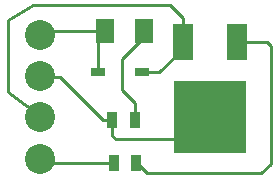
<source format=gtl>
G04 (created by PCBNEW (2013-07-07 BZR 4022)-stable) date 3/7/2015 7:05:22 AM*
%MOIN*%
G04 Gerber Fmt 3.4, Leading zero omitted, Abs format*
%FSLAX34Y34*%
G01*
G70*
G90*
G04 APERTURE LIST*
%ADD10C,0.00590551*%
%ADD11R,0.0472X0.0276*%
%ADD12R,0.06X0.08*%
%ADD13R,0.035X0.055*%
%ADD14R,0.065X0.12*%
%ADD15R,0.24X0.24*%
%ADD16C,0.1*%
%ADD17C,0.01*%
G04 APERTURE END LIST*
G54D10*
G54D11*
X10594Y-8149D03*
X9138Y-8149D03*
G54D12*
X9351Y-6769D03*
X10651Y-6769D03*
G54D13*
X9656Y-11194D03*
X10406Y-11194D03*
X9596Y-9739D03*
X10346Y-9739D03*
G54D14*
X13751Y-7159D03*
G54D15*
X12851Y-9659D03*
G54D14*
X11951Y-7159D03*
G54D16*
X7199Y-6904D03*
X7199Y-8282D03*
X7199Y-9659D03*
X7199Y-11037D03*
G54D17*
X9138Y-8149D02*
X9138Y-6982D01*
X9138Y-6982D02*
X9351Y-6769D01*
X9351Y-6769D02*
X7453Y-6769D01*
X7453Y-6769D02*
X7286Y-6936D01*
X9656Y-11194D02*
X7410Y-11194D01*
X7410Y-11194D02*
X7286Y-11069D01*
X6971Y-5929D02*
X7027Y-5929D01*
X6134Y-6457D02*
X6134Y-8816D01*
X11951Y-7159D02*
X11951Y-6349D01*
X6134Y-8816D02*
X7286Y-9691D01*
X6971Y-5929D02*
X6134Y-6419D01*
X11951Y-6349D02*
X11531Y-5929D01*
X6134Y-6419D02*
X6134Y-6457D01*
X7027Y-5929D02*
X11531Y-5929D01*
X10594Y-8149D02*
X11171Y-8149D01*
X11951Y-7369D02*
X11951Y-7159D01*
X11171Y-8149D02*
X11951Y-7369D01*
X12111Y-10399D02*
X9716Y-10399D01*
X9596Y-10279D02*
X9716Y-10399D01*
X9596Y-10279D02*
X9596Y-9739D01*
X12111Y-10399D02*
X12851Y-9659D01*
X12111Y-10399D02*
X12851Y-9659D01*
X9596Y-9739D02*
X9281Y-9739D01*
X9281Y-9739D02*
X7856Y-8314D01*
X7856Y-8314D02*
X7286Y-8314D01*
X9926Y-7714D02*
X9926Y-8764D01*
X10651Y-6989D02*
X9926Y-7714D01*
X9926Y-8764D02*
X10346Y-9184D01*
X10346Y-9739D02*
X10346Y-9184D01*
X10651Y-6989D02*
X10651Y-6769D01*
X10406Y-11194D02*
X10421Y-11194D01*
X14756Y-7159D02*
X13751Y-7159D01*
X14891Y-7294D02*
X14756Y-7159D01*
X14891Y-11209D02*
X14891Y-7294D01*
X14576Y-11524D02*
X14891Y-11209D01*
X10751Y-11524D02*
X14576Y-11524D01*
X10421Y-11194D02*
X10751Y-11524D01*
M02*

</source>
